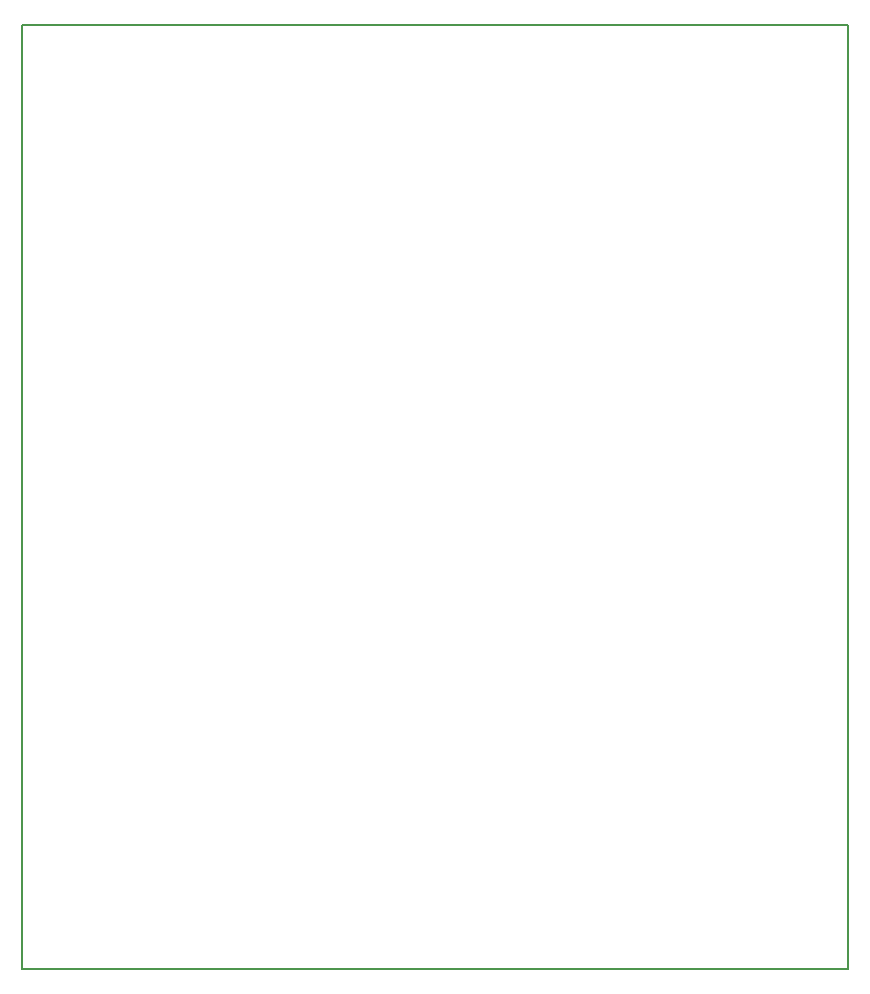
<source format=gbo>
G04 #@! TF.FileFunction,Legend,Bot*
%FSLAX46Y46*%
G04 Gerber Fmt 4.6, Leading zero omitted, Abs format (unit mm)*
G04 Created by KiCad (PCBNEW 4.0.7) date 04/25/20 16:53:01*
%MOMM*%
%LPD*%
G01*
G04 APERTURE LIST*
%ADD10C,0.100000*%
%ADD11C,0.150000*%
G04 APERTURE END LIST*
D10*
D11*
X110000000Y-50000000D02*
X110000000Y-130000000D01*
X180000000Y-50000000D02*
X110000000Y-50000000D01*
X180000000Y-130000000D02*
X180000000Y-50000000D01*
X110000000Y-130000000D02*
X180000000Y-130000000D01*
M02*

</source>
